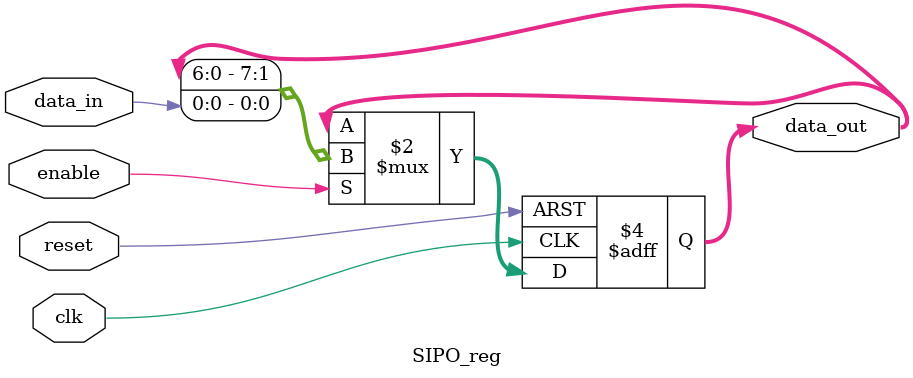
<source format=v>
module SIPO_reg #(parameter NUM_BITS = 8)
				(	input  						clk,
					input  						reset,
					input  						enable,
					input  						data_in,
					output reg [NUM_BITS-1:0] 	data_out);

    always @(posedge clk or posedge reset) begin
        if (reset) begin
            data_out <= {NUM_BITS{1'b0}};
        end
        else if (enable) begin
            data_out <= {data_out[NUM_BITS-2:0], data_in}; // Left shift
        end
    end

endmodule

</source>
